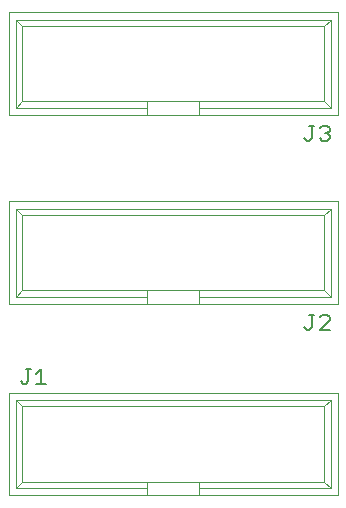
<source format=gto>
G75*
%MOIN*%
%OFA0B0*%
%FSLAX24Y24*%
%IPPOS*%
%LPD*%
%AMOC8*
5,1,8,0,0,1.08239X$1,22.5*
%
%ADD10C,0.0039*%
%ADD11C,0.0060*%
D10*
X000390Y001574D02*
X000390Y004999D01*
X011350Y004999D01*
X011350Y001574D01*
X006736Y001574D01*
X006736Y001820D01*
X006736Y002026D01*
X005004Y002026D01*
X005004Y001820D01*
X005004Y001574D01*
X000390Y001574D01*
X000616Y001820D02*
X000843Y002026D01*
X000843Y004546D01*
X000616Y004753D01*
X011124Y004753D01*
X010898Y004546D01*
X010898Y002026D01*
X011124Y001820D01*
X011124Y004753D01*
X010898Y004546D02*
X000843Y004546D01*
X000616Y004753D02*
X000616Y001820D01*
X005004Y001820D01*
X005004Y002026D02*
X000843Y002026D01*
X000390Y007952D02*
X000390Y011377D01*
X011350Y011377D01*
X011350Y007952D01*
X006736Y007952D01*
X006736Y008198D01*
X006736Y008404D01*
X005004Y008404D01*
X005004Y008198D01*
X005004Y007952D01*
X000390Y007952D01*
X000616Y008198D02*
X000843Y008404D01*
X000843Y010924D01*
X000616Y011131D01*
X011124Y011131D01*
X010898Y010924D01*
X010898Y008404D01*
X011124Y008198D01*
X011124Y011131D01*
X010898Y010924D02*
X000843Y010924D01*
X000616Y011131D02*
X000616Y008198D01*
X005004Y008198D01*
X005004Y008404D02*
X000843Y008404D01*
X000390Y014251D02*
X000390Y017676D01*
X011350Y017676D01*
X011350Y014251D01*
X006736Y014251D01*
X006736Y014497D01*
X006736Y014704D01*
X005004Y014704D01*
X005004Y014497D01*
X005004Y014251D01*
X000390Y014251D01*
X000616Y014497D02*
X000843Y014704D01*
X000843Y017223D01*
X000616Y017430D01*
X011124Y017430D01*
X010898Y017223D01*
X010898Y014704D01*
X011124Y014497D01*
X011124Y017430D01*
X010898Y017223D02*
X000843Y017223D01*
X000616Y017430D02*
X000616Y014497D01*
X005004Y014497D01*
X005004Y014704D02*
X000843Y014704D01*
X005004Y014251D02*
X006736Y014251D01*
X006736Y014497D02*
X011124Y014497D01*
X010898Y014704D02*
X006736Y014704D01*
X006736Y008404D02*
X010898Y008404D01*
X011124Y008198D02*
X006736Y008198D01*
X006736Y007952D02*
X005004Y007952D01*
X006736Y002026D02*
X010898Y002026D01*
X011124Y001820D02*
X006736Y001820D01*
X006736Y001574D02*
X005004Y001574D01*
D11*
X001631Y005285D02*
X001298Y005285D01*
X001464Y005285D02*
X001464Y005785D01*
X001298Y005618D01*
X001116Y005785D02*
X000949Y005785D01*
X001032Y005785D02*
X001032Y005368D01*
X000949Y005285D01*
X000865Y005285D01*
X000782Y005368D01*
X010231Y007179D02*
X010314Y007096D01*
X010398Y007096D01*
X010481Y007179D01*
X010481Y007596D01*
X010398Y007596D02*
X010564Y007596D01*
X010746Y007513D02*
X010830Y007596D01*
X010997Y007596D01*
X011080Y007513D01*
X011080Y007429D01*
X010746Y007096D01*
X011080Y007096D01*
X010997Y013395D02*
X010830Y013395D01*
X010746Y013478D01*
X010913Y013645D02*
X010997Y013645D01*
X011080Y013562D01*
X011080Y013478D01*
X010997Y013395D01*
X010997Y013645D02*
X011080Y013729D01*
X011080Y013812D01*
X010997Y013895D01*
X010830Y013895D01*
X010746Y013812D01*
X010564Y013895D02*
X010398Y013895D01*
X010481Y013895D02*
X010481Y013478D01*
X010398Y013395D01*
X010314Y013395D01*
X010231Y013478D01*
M02*

</source>
